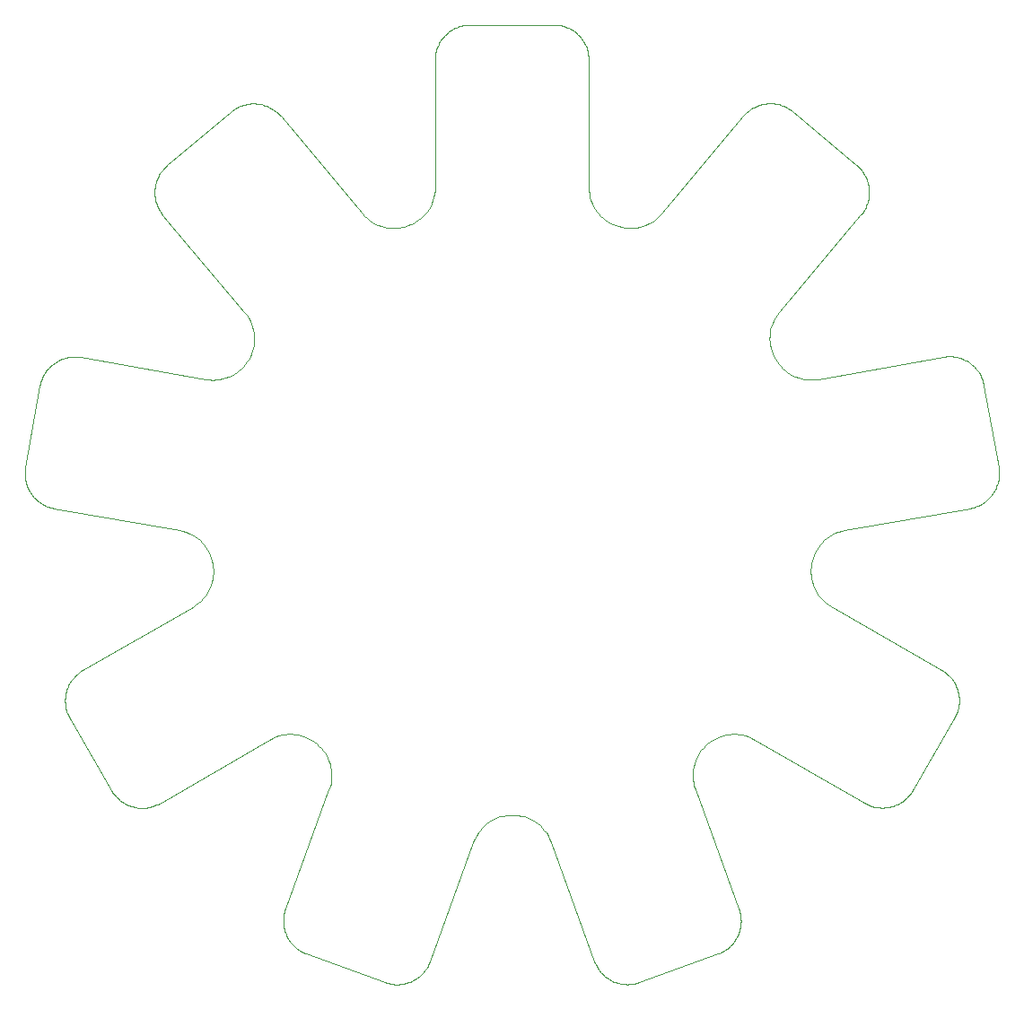
<source format=gbr>
%TF.GenerationSoftware,KiCad,Pcbnew,(5.1.9)-1*%
%TF.CreationDate,2022-01-01T02:22:56+09:00*%
%TF.ProjectId,DiodeORLogic,44696f64-654f-4524-9c6f-6769632e6b69,rev?*%
%TF.SameCoordinates,Original*%
%TF.FileFunction,Profile,NP*%
%FSLAX46Y46*%
G04 Gerber Fmt 4.6, Leading zero omitted, Abs format (unit mm)*
G04 Created by KiCad (PCBNEW (5.1.9)-1) date 2022-01-01 02:22:56*
%MOMM*%
%LPD*%
G01*
G04 APERTURE LIST*
%TA.AperFunction,Profile*%
%ADD10C,0.100000*%
%TD*%
G04 APERTURE END LIST*
D10*
X151619571Y-50652969D02*
X151615255Y-50482305D01*
X151615255Y-50482305D02*
X151602448Y-50313883D01*
X151602448Y-50313883D02*
X151581358Y-50147909D01*
X151581358Y-50147909D02*
X151552192Y-49984592D01*
X151552192Y-49984592D02*
X151515160Y-49824140D01*
X151515160Y-49824140D02*
X151470470Y-49666763D01*
X151470470Y-49666763D02*
X151418330Y-49512668D01*
X151418330Y-49512668D02*
X151358949Y-49362063D01*
X151358949Y-49362063D02*
X151292534Y-49215158D01*
X151292534Y-49215158D02*
X151219295Y-49072160D01*
X151219295Y-49072160D02*
X151139439Y-48933278D01*
X151139439Y-48933278D02*
X151053176Y-48798719D01*
X151053176Y-48798719D02*
X150960713Y-48668694D01*
X150960713Y-48668694D02*
X150862258Y-48543409D01*
X150862258Y-48543409D02*
X150758021Y-48423074D01*
X150758021Y-48423074D02*
X150648210Y-48307896D01*
X150648210Y-48307896D02*
X150533032Y-48198085D01*
X150533032Y-48198085D02*
X150412697Y-48093848D01*
X150412697Y-48093848D02*
X150287412Y-47995393D01*
X150287412Y-47995393D02*
X150157387Y-47902930D01*
X150157387Y-47902930D02*
X150022828Y-47816667D01*
X150022828Y-47816667D02*
X149883946Y-47736811D01*
X149883946Y-47736811D02*
X149740948Y-47663572D01*
X149740948Y-47663572D02*
X149594043Y-47597157D01*
X149594043Y-47597157D02*
X149443438Y-47537776D01*
X149443438Y-47537776D02*
X149289343Y-47485636D01*
X149289343Y-47485636D02*
X149131966Y-47440946D01*
X149131966Y-47440946D02*
X148971514Y-47403914D01*
X148971514Y-47403914D02*
X148808197Y-47374748D01*
X148808197Y-47374748D02*
X148642223Y-47353658D01*
X148642223Y-47353658D02*
X148473801Y-47340851D01*
X148473801Y-47340851D02*
X148303138Y-47336536D01*
X148303138Y-47336536D02*
X140436006Y-47336536D01*
X151619571Y-62636603D02*
X151619571Y-50652969D01*
X130249006Y-65144322D02*
X122547425Y-55965935D01*
X137119573Y-50652969D02*
X137119573Y-62643640D01*
X122547425Y-55965935D02*
X122434419Y-55837973D01*
X122434419Y-55837973D02*
X122316348Y-55717185D01*
X122316348Y-55717185D02*
X122193505Y-55603598D01*
X122193505Y-55603598D02*
X122066185Y-55497238D01*
X122066185Y-55497238D02*
X121934681Y-55398128D01*
X121934681Y-55398128D02*
X121799286Y-55306296D01*
X121799286Y-55306296D02*
X121660294Y-55221768D01*
X121660294Y-55221768D02*
X121517998Y-55144567D01*
X121517998Y-55144567D02*
X121372693Y-55074722D01*
X121372693Y-55074722D02*
X121224671Y-55012256D01*
X121224671Y-55012256D02*
X121074226Y-54957196D01*
X121074226Y-54957196D02*
X120921652Y-54909568D01*
X120921652Y-54909568D02*
X120767242Y-54869397D01*
X120767242Y-54869397D02*
X120611290Y-54836709D01*
X120611290Y-54836709D02*
X120454090Y-54811529D01*
X120454090Y-54811529D02*
X120295935Y-54793883D01*
X120295935Y-54793883D02*
X120137118Y-54783797D01*
X120137118Y-54783797D02*
X119977933Y-54781297D01*
X119977933Y-54781297D02*
X119818675Y-54786408D01*
X119818675Y-54786408D02*
X119659635Y-54799156D01*
X119659635Y-54799156D02*
X119501109Y-54819567D01*
X119501109Y-54819567D02*
X119343388Y-54847666D01*
X119343388Y-54847666D02*
X119186768Y-54883479D01*
X119186768Y-54883479D02*
X119031542Y-54927031D01*
X119031542Y-54927031D02*
X118878002Y-54978349D01*
X118878002Y-54978349D02*
X118726443Y-55037458D01*
X118726443Y-55037458D02*
X118577159Y-55104384D01*
X118577159Y-55104384D02*
X118430443Y-55179152D01*
X118430443Y-55179152D02*
X118286587Y-55261788D01*
X118286587Y-55261788D02*
X118145887Y-55352318D01*
X118145887Y-55352318D02*
X118008636Y-55450768D01*
X118008636Y-55450768D02*
X117875127Y-55557163D01*
X140436006Y-47336536D02*
X140265342Y-47340851D01*
X140265342Y-47340851D02*
X140096920Y-47353658D01*
X140096920Y-47353658D02*
X139930946Y-47374748D01*
X139930946Y-47374748D02*
X139767629Y-47403914D01*
X139767629Y-47403914D02*
X139607177Y-47440946D01*
X139607177Y-47440946D02*
X139449800Y-47485636D01*
X139449800Y-47485636D02*
X139295705Y-47537776D01*
X139295705Y-47537776D02*
X139145100Y-47597157D01*
X139145100Y-47597157D02*
X138998195Y-47663572D01*
X138998195Y-47663572D02*
X138855197Y-47736811D01*
X138855197Y-47736811D02*
X138716315Y-47816667D01*
X138716315Y-47816667D02*
X138581756Y-47902930D01*
X138581756Y-47902930D02*
X138451731Y-47995393D01*
X138451731Y-47995393D02*
X138326446Y-48093848D01*
X138326446Y-48093848D02*
X138206111Y-48198085D01*
X138206111Y-48198085D02*
X138090933Y-48307896D01*
X138090933Y-48307896D02*
X137981122Y-48423074D01*
X137981122Y-48423074D02*
X137876885Y-48543409D01*
X137876885Y-48543409D02*
X137778430Y-48668694D01*
X137778430Y-48668694D02*
X137685967Y-48798719D01*
X137685967Y-48798719D02*
X137599704Y-48933278D01*
X137599704Y-48933278D02*
X137519848Y-49072160D01*
X137519848Y-49072160D02*
X137446609Y-49215158D01*
X137446609Y-49215158D02*
X137380194Y-49362063D01*
X137380194Y-49362063D02*
X137320813Y-49512668D01*
X137320813Y-49512668D02*
X137268673Y-49666763D01*
X137268673Y-49666763D02*
X137223983Y-49824140D01*
X137223983Y-49824140D02*
X137186951Y-49984592D01*
X137186951Y-49984592D02*
X137157785Y-50147909D01*
X137157785Y-50147909D02*
X137136695Y-50313883D01*
X137136695Y-50313883D02*
X137123888Y-50482305D01*
X137123888Y-50482305D02*
X137119573Y-50652969D01*
X98483931Y-89160907D02*
X98458545Y-89329726D01*
X98458545Y-89329726D02*
X98441911Y-89497814D01*
X98441911Y-89497814D02*
X98433859Y-89664929D01*
X98433859Y-89664929D02*
X98434222Y-89830830D01*
X98434222Y-89830830D02*
X98442829Y-89995274D01*
X98442829Y-89995274D02*
X98459512Y-90158021D01*
X98459512Y-90158021D02*
X98484101Y-90318829D01*
X98484101Y-90318829D02*
X98516428Y-90477457D01*
X98516428Y-90477457D02*
X98556324Y-90633664D01*
X98556324Y-90633664D02*
X98603619Y-90787207D01*
X98603619Y-90787207D02*
X98658144Y-90937847D01*
X98658144Y-90937847D02*
X98719732Y-91085340D01*
X98719732Y-91085340D02*
X98788211Y-91229446D01*
X98788211Y-91229446D02*
X98863414Y-91369924D01*
X98863414Y-91369924D02*
X98945172Y-91506532D01*
X98945172Y-91506532D02*
X99033315Y-91639029D01*
X99033315Y-91639029D02*
X99127674Y-91767172D01*
X99127674Y-91767172D02*
X99228080Y-91890722D01*
X99228080Y-91890722D02*
X99334365Y-92009436D01*
X99334365Y-92009436D02*
X99446359Y-92123073D01*
X99446359Y-92123073D02*
X99563894Y-92231392D01*
X99563894Y-92231392D02*
X99686799Y-92334151D01*
X99686799Y-92334151D02*
X99814907Y-92431109D01*
X99814907Y-92431109D02*
X99948048Y-92522025D01*
X99948048Y-92522025D02*
X100086053Y-92606656D01*
X100086053Y-92606656D02*
X100228753Y-92684763D01*
X100228753Y-92684763D02*
X100375979Y-92756103D01*
X100375979Y-92756103D02*
X100527562Y-92820434D01*
X100527562Y-92820434D02*
X100683334Y-92877516D01*
X100683334Y-92877516D02*
X100843124Y-92927107D01*
X100843124Y-92927107D02*
X101006764Y-92968966D01*
X101006764Y-92968966D02*
X101174086Y-93002852D01*
X99850052Y-81413297D02*
X98483931Y-89160907D01*
X103691992Y-78723144D02*
X103523172Y-78697758D01*
X103523172Y-78697758D02*
X103355084Y-78681124D01*
X103355084Y-78681124D02*
X103187969Y-78673073D01*
X103187969Y-78673073D02*
X103022069Y-78673436D01*
X103022069Y-78673436D02*
X102857625Y-78682043D01*
X102857625Y-78682043D02*
X102694878Y-78698726D01*
X102694878Y-78698726D02*
X102534070Y-78723315D01*
X102534070Y-78723315D02*
X102375443Y-78755642D01*
X102375443Y-78755642D02*
X102219236Y-78795538D01*
X102219236Y-78795538D02*
X102065693Y-78842833D01*
X102065693Y-78842833D02*
X101915054Y-78897359D01*
X101915054Y-78897359D02*
X101767561Y-78958946D01*
X101767561Y-78958946D02*
X101623455Y-79027426D01*
X101623455Y-79027426D02*
X101482977Y-79102629D01*
X101482977Y-79102629D02*
X101346369Y-79184386D01*
X101346369Y-79184386D02*
X101213873Y-79272529D01*
X101213873Y-79272529D02*
X101085730Y-79366888D01*
X101085730Y-79366888D02*
X100962180Y-79467294D01*
X100962180Y-79467294D02*
X100843466Y-79573579D01*
X100843466Y-79573579D02*
X100729829Y-79685573D01*
X100729829Y-79685573D02*
X100621510Y-79803107D01*
X100621510Y-79803107D02*
X100518751Y-79926013D01*
X100518751Y-79926013D02*
X100421793Y-80054120D01*
X100421793Y-80054120D02*
X100330878Y-80187261D01*
X100330878Y-80187261D02*
X100246246Y-80325266D01*
X100246246Y-80325266D02*
X100168140Y-80467966D01*
X100168140Y-80467966D02*
X100096800Y-80615192D01*
X100096800Y-80615192D02*
X100032469Y-80766775D01*
X100032469Y-80766775D02*
X99975387Y-80922546D01*
X99975387Y-80922546D02*
X99925796Y-81082336D01*
X99925796Y-81082336D02*
X99883937Y-81245976D01*
X99883937Y-81245976D02*
X99850052Y-81413297D01*
X111439786Y-65286357D02*
X119147257Y-74471769D01*
X115491504Y-80803716D02*
X103691992Y-78723144D01*
X119147257Y-74471769D02*
X119352330Y-74736519D01*
X119352330Y-74736519D02*
X119530238Y-75008324D01*
X119530238Y-75008324D02*
X119681638Y-75286046D01*
X119681638Y-75286046D02*
X119807185Y-75568549D01*
X119807185Y-75568549D02*
X119907537Y-75854696D01*
X119907537Y-75854696D02*
X119983350Y-76143349D01*
X119983350Y-76143349D02*
X120035279Y-76433372D01*
X120035279Y-76433372D02*
X120063983Y-76723628D01*
X120063983Y-76723628D02*
X120070116Y-77012980D01*
X120070116Y-77012980D02*
X120054335Y-77300292D01*
X120054335Y-77300292D02*
X120017297Y-77584425D01*
X120017297Y-77584425D02*
X119959657Y-77864244D01*
X119959657Y-77864244D02*
X119882074Y-78138611D01*
X119882074Y-78138611D02*
X119785202Y-78406390D01*
X119785202Y-78406390D02*
X119669698Y-78666443D01*
X119669698Y-78666443D02*
X119536218Y-78917635D01*
X119536218Y-78917635D02*
X119385420Y-79158827D01*
X119385420Y-79158827D02*
X119217959Y-79388883D01*
X119217959Y-79388883D02*
X119034492Y-79606666D01*
X119034492Y-79606666D02*
X118835675Y-79811039D01*
X118835675Y-79811039D02*
X118622164Y-80000865D01*
X118622164Y-80000865D02*
X118394616Y-80175008D01*
X118394616Y-80175008D02*
X118153688Y-80332330D01*
X118153688Y-80332330D02*
X117900035Y-80471695D01*
X117900035Y-80471695D02*
X117634314Y-80591965D01*
X117634314Y-80591965D02*
X117357182Y-80692004D01*
X117357182Y-80692004D02*
X117069294Y-80770675D01*
X117069294Y-80770675D02*
X116771308Y-80826841D01*
X116771308Y-80826841D02*
X116463880Y-80859365D01*
X116463880Y-80859365D02*
X116147665Y-80867110D01*
X116147665Y-80867110D02*
X115823321Y-80848939D01*
X115823321Y-80848939D02*
X115491504Y-80803716D01*
X117875127Y-55557163D02*
X111848558Y-60614063D01*
X111848558Y-60614063D02*
X111720596Y-60727068D01*
X111720596Y-60727068D02*
X111599809Y-60845139D01*
X111599809Y-60845139D02*
X111486222Y-60967981D01*
X111486222Y-60967981D02*
X111379862Y-61095301D01*
X111379862Y-61095301D02*
X111280753Y-61226805D01*
X111280753Y-61226805D02*
X111188921Y-61362200D01*
X111188921Y-61362200D02*
X111104393Y-61501192D01*
X111104393Y-61501192D02*
X111027193Y-61643488D01*
X111027193Y-61643488D02*
X110957347Y-61788793D01*
X110957347Y-61788793D02*
X110894882Y-61936815D01*
X110894882Y-61936815D02*
X110839822Y-62087259D01*
X110839822Y-62087259D02*
X110792194Y-62239833D01*
X110792194Y-62239833D02*
X110752023Y-62394243D01*
X110752023Y-62394243D02*
X110719334Y-62550195D01*
X110719334Y-62550195D02*
X110694154Y-62707395D01*
X110694154Y-62707395D02*
X110676509Y-62865550D01*
X110676509Y-62865550D02*
X110666423Y-63024366D01*
X110666423Y-63024366D02*
X110663923Y-63183551D01*
X110663923Y-63183551D02*
X110669034Y-63342809D01*
X110669034Y-63342809D02*
X110681782Y-63501849D01*
X110681782Y-63501849D02*
X110702192Y-63660375D01*
X110702192Y-63660375D02*
X110730291Y-63818095D01*
X110730291Y-63818095D02*
X110766104Y-63974715D01*
X110766104Y-63974715D02*
X110809656Y-64129942D01*
X110809656Y-64129942D02*
X110860974Y-64283481D01*
X110860974Y-64283481D02*
X110920083Y-64435040D01*
X110920083Y-64435040D02*
X110987008Y-64584324D01*
X110987008Y-64584324D02*
X111061776Y-64731041D01*
X111061776Y-64731041D02*
X111144412Y-64874896D01*
X111144412Y-64874896D02*
X111234942Y-65015596D01*
X111234942Y-65015596D02*
X111333391Y-65152847D01*
X111333391Y-65152847D02*
X111439786Y-65286357D01*
X137119573Y-62643640D02*
X137106489Y-62978269D01*
X137106489Y-62978269D02*
X137068062Y-63300841D01*
X137068062Y-63300841D02*
X137005525Y-63610906D01*
X137005525Y-63610906D02*
X136920110Y-63908017D01*
X136920110Y-63908017D02*
X136813053Y-64191723D01*
X136813053Y-64191723D02*
X136685586Y-64461575D01*
X136685586Y-64461575D02*
X136538943Y-64717126D01*
X136538943Y-64717126D02*
X136374358Y-64957925D01*
X136374358Y-64957925D02*
X136193064Y-65183524D01*
X136193064Y-65183524D02*
X135996296Y-65393473D01*
X135996296Y-65393473D02*
X135785285Y-65587324D01*
X135785285Y-65587324D02*
X135561267Y-65764628D01*
X135561267Y-65764628D02*
X135325474Y-65924936D01*
X135325474Y-65924936D02*
X135079141Y-66067798D01*
X135079141Y-66067798D02*
X134823501Y-66192767D01*
X134823501Y-66192767D02*
X134559787Y-66299391D01*
X134559787Y-66299391D02*
X134289234Y-66387224D01*
X134289234Y-66387224D02*
X134013074Y-66455815D01*
X134013074Y-66455815D02*
X133732542Y-66504716D01*
X133732542Y-66504716D02*
X133448870Y-66533478D01*
X133448870Y-66533478D02*
X133163294Y-66541651D01*
X133163294Y-66541651D02*
X132877045Y-66528788D01*
X132877045Y-66528788D02*
X132591358Y-66494438D01*
X132591358Y-66494438D02*
X132307467Y-66438152D01*
X132307467Y-66438152D02*
X132026605Y-66359483D01*
X132026605Y-66359483D02*
X131750005Y-66257980D01*
X131750005Y-66257980D02*
X131478902Y-66133195D01*
X131478902Y-66133195D02*
X131214529Y-65984679D01*
X131214529Y-65984679D02*
X130958119Y-65811982D01*
X130958119Y-65811982D02*
X130710906Y-65614657D01*
X130710906Y-65614657D02*
X130474123Y-65392253D01*
X130474123Y-65392253D02*
X130249006Y-65144322D01*
X158490137Y-65137286D02*
X158265019Y-65385217D01*
X158265019Y-65385217D02*
X158028236Y-65607620D01*
X158028236Y-65607620D02*
X157781023Y-65804946D01*
X157781023Y-65804946D02*
X157524614Y-65977643D01*
X157524614Y-65977643D02*
X157260240Y-66126159D01*
X157260240Y-66126159D02*
X156989137Y-66250944D01*
X156989137Y-66250944D02*
X156712537Y-66352446D01*
X156712537Y-66352446D02*
X156431675Y-66431116D01*
X156431675Y-66431116D02*
X156147784Y-66487401D01*
X156147784Y-66487401D02*
X155862097Y-66521751D01*
X155862097Y-66521751D02*
X155575849Y-66534615D01*
X155575849Y-66534615D02*
X155290272Y-66526441D01*
X155290272Y-66526441D02*
X155006601Y-66497680D01*
X155006601Y-66497680D02*
X154726068Y-66448779D01*
X154726068Y-66448779D02*
X154449909Y-66380187D01*
X154449909Y-66380187D02*
X154179355Y-66292355D01*
X154179355Y-66292355D02*
X153915642Y-66185730D01*
X153915642Y-66185730D02*
X153660001Y-66060762D01*
X153660001Y-66060762D02*
X153413668Y-65917900D01*
X153413668Y-65917900D02*
X153177876Y-65757592D01*
X153177876Y-65757592D02*
X152953858Y-65580288D01*
X152953858Y-65580288D02*
X152742847Y-65386437D01*
X152742847Y-65386437D02*
X152546078Y-65176487D01*
X152546078Y-65176487D02*
X152364785Y-64950888D01*
X152364785Y-64950888D02*
X152200200Y-64710089D01*
X152200200Y-64710089D02*
X152053557Y-64454539D01*
X152053557Y-64454539D02*
X151926090Y-64184686D01*
X151926090Y-64184686D02*
X151819033Y-63900980D01*
X151819033Y-63900980D02*
X151733618Y-63603870D01*
X151733618Y-63603870D02*
X151671081Y-63293804D01*
X151671081Y-63293804D02*
X151632654Y-62971232D01*
X151632654Y-62971232D02*
X151619571Y-62636603D01*
X170871036Y-55541767D02*
X170737526Y-55435372D01*
X170737526Y-55435372D02*
X170600275Y-55336922D01*
X170600275Y-55336922D02*
X170459575Y-55246392D01*
X170459575Y-55246392D02*
X170315719Y-55163756D01*
X170315719Y-55163756D02*
X170169003Y-55088988D01*
X170169003Y-55088988D02*
X170019719Y-55022062D01*
X170019719Y-55022062D02*
X169868160Y-54962953D01*
X169868160Y-54962953D02*
X169714621Y-54911635D01*
X169714621Y-54911635D02*
X169559394Y-54868083D01*
X169559394Y-54868083D02*
X169402774Y-54832270D01*
X169402774Y-54832270D02*
X169245054Y-54804171D01*
X169245054Y-54804171D02*
X169086527Y-54783760D01*
X169086527Y-54783760D02*
X168927488Y-54771012D01*
X168927488Y-54771012D02*
X168768229Y-54765901D01*
X168768229Y-54765901D02*
X168609044Y-54768401D01*
X168609044Y-54768401D02*
X168450228Y-54778487D01*
X168450228Y-54778487D02*
X168292072Y-54796133D01*
X168292072Y-54796133D02*
X168134872Y-54821312D01*
X168134872Y-54821312D02*
X167978920Y-54854001D01*
X167978920Y-54854001D02*
X167824510Y-54894172D01*
X167824510Y-54894172D02*
X167671936Y-54941800D01*
X167671936Y-54941800D02*
X167521492Y-54996860D01*
X167521492Y-54996860D02*
X167373470Y-55059325D01*
X167373470Y-55059325D02*
X167228164Y-55129171D01*
X167228164Y-55129171D02*
X167085869Y-55206371D01*
X167085869Y-55206371D02*
X166946876Y-55290900D01*
X166946876Y-55290900D02*
X166811481Y-55382732D01*
X166811481Y-55382732D02*
X166679977Y-55481841D01*
X166679977Y-55481841D02*
X166552657Y-55588202D01*
X166552657Y-55588202D02*
X166429815Y-55701789D01*
X166429815Y-55701789D02*
X166311744Y-55822576D01*
X166311744Y-55822576D02*
X166198738Y-55950538D01*
X176897605Y-60598667D02*
X170871036Y-55541767D01*
X177306377Y-65270961D02*
X177412771Y-65137451D01*
X177412771Y-65137451D02*
X177511220Y-65000200D01*
X177511220Y-65000200D02*
X177601750Y-64859500D01*
X177601750Y-64859500D02*
X177684386Y-64715645D01*
X177684386Y-64715645D02*
X177759154Y-64568928D01*
X177759154Y-64568928D02*
X177826079Y-64419644D01*
X177826079Y-64419644D02*
X177885188Y-64268085D01*
X177885188Y-64268085D02*
X177936506Y-64114546D01*
X177936506Y-64114546D02*
X177980058Y-63959320D01*
X177980058Y-63959320D02*
X178015871Y-63802700D01*
X178015871Y-63802700D02*
X178043970Y-63644980D01*
X178043970Y-63644980D02*
X178064381Y-63486453D01*
X178064381Y-63486453D02*
X178077129Y-63327414D01*
X178077129Y-63327414D02*
X178082240Y-63168155D01*
X178082240Y-63168155D02*
X178079739Y-63008971D01*
X178079739Y-63008971D02*
X178069654Y-62850154D01*
X178069654Y-62850154D02*
X178052008Y-62691999D01*
X178052008Y-62691999D02*
X178026828Y-62534799D01*
X178026828Y-62534799D02*
X177994140Y-62378847D01*
X177994140Y-62378847D02*
X177953969Y-62224438D01*
X177953969Y-62224438D02*
X177906341Y-62071864D01*
X177906341Y-62071864D02*
X177851281Y-61921419D01*
X177851281Y-61921419D02*
X177788815Y-61773398D01*
X177788815Y-61773398D02*
X177718970Y-61628092D01*
X177718970Y-61628092D02*
X177641770Y-61485797D01*
X177641770Y-61485797D02*
X177557241Y-61346805D01*
X177557241Y-61346805D02*
X177465410Y-61211410D01*
X177465410Y-61211410D02*
X177366300Y-61079906D01*
X177366300Y-61079906D02*
X177259940Y-60952586D01*
X177259940Y-60952586D02*
X177146353Y-60829743D01*
X177146353Y-60829743D02*
X177025566Y-60711672D01*
X177025566Y-60711672D02*
X176897605Y-60598667D01*
X169605073Y-74449023D02*
X177306377Y-65270961D01*
X187586918Y-92978583D02*
X187754239Y-92944697D01*
X187754239Y-92944697D02*
X187917879Y-92902839D01*
X187917879Y-92902839D02*
X188077669Y-92853248D01*
X188077669Y-92853248D02*
X188233440Y-92796166D01*
X188233440Y-92796166D02*
X188385023Y-92731835D01*
X188385023Y-92731835D02*
X188532249Y-92660495D01*
X188532249Y-92660495D02*
X188674949Y-92582389D01*
X188674949Y-92582389D02*
X188812954Y-92497758D01*
X188812954Y-92497758D02*
X188946095Y-92406842D01*
X188946095Y-92406842D02*
X189074203Y-92309884D01*
X189074203Y-92309884D02*
X189197108Y-92207125D01*
X189197108Y-92207125D02*
X189314642Y-92098807D01*
X189314642Y-92098807D02*
X189426636Y-91985170D01*
X189426636Y-91985170D02*
X189532921Y-91866456D01*
X189532921Y-91866456D02*
X189633328Y-91742907D01*
X189633328Y-91742907D02*
X189727687Y-91614763D01*
X189727687Y-91614763D02*
X189815830Y-91482267D01*
X189815830Y-91482267D02*
X189897587Y-91345659D01*
X189897587Y-91345659D02*
X189972791Y-91205182D01*
X189972791Y-91205182D02*
X190041270Y-91061076D01*
X190041270Y-91061076D02*
X190102857Y-90913582D01*
X190102857Y-90913582D02*
X190157383Y-90762943D01*
X190157383Y-90762943D02*
X190204678Y-90609400D01*
X190204678Y-90609400D02*
X190244574Y-90453194D01*
X190244574Y-90453194D02*
X190276901Y-90294566D01*
X190276901Y-90294566D02*
X190301491Y-90133758D01*
X190301491Y-90133758D02*
X190318174Y-89971011D01*
X190318174Y-89971011D02*
X190326781Y-89806567D01*
X190326781Y-89806567D02*
X190327144Y-89640667D01*
X190327144Y-89640667D02*
X190319093Y-89473552D01*
X190319093Y-89473552D02*
X190302459Y-89305464D01*
X190302459Y-89305464D02*
X190277074Y-89136645D01*
X175787280Y-95059177D02*
X187586918Y-92978583D01*
X188910964Y-81389018D02*
X188877078Y-81221696D01*
X188877078Y-81221696D02*
X188835220Y-81058056D01*
X188835220Y-81058056D02*
X188785629Y-80898266D01*
X188785629Y-80898266D02*
X188728547Y-80742494D01*
X188728547Y-80742494D02*
X188664215Y-80590911D01*
X188664215Y-80590911D02*
X188592876Y-80443684D01*
X188592876Y-80443684D02*
X188514770Y-80300984D01*
X188514770Y-80300984D02*
X188430138Y-80162979D01*
X188430138Y-80162979D02*
X188339223Y-80029838D01*
X188339223Y-80029838D02*
X188242265Y-79901730D01*
X188242265Y-79901730D02*
X188139506Y-79778825D01*
X188139506Y-79778825D02*
X188031187Y-79661290D01*
X188031187Y-79661290D02*
X187917550Y-79549296D01*
X187917550Y-79549296D02*
X187798836Y-79443011D01*
X187798836Y-79443011D02*
X187675286Y-79342604D01*
X187675286Y-79342604D02*
X187547142Y-79248245D01*
X187547142Y-79248245D02*
X187414646Y-79160102D01*
X187414646Y-79160102D02*
X187278038Y-79078345D01*
X187278038Y-79078345D02*
X187137560Y-79003141D01*
X187137560Y-79003141D02*
X186993454Y-78934662D01*
X186993454Y-78934662D02*
X186845961Y-78873075D01*
X186845961Y-78873075D02*
X186695321Y-78818549D01*
X186695321Y-78818549D02*
X186541778Y-78771254D01*
X186541778Y-78771254D02*
X186385571Y-78731358D01*
X186385571Y-78731358D02*
X186226943Y-78699031D01*
X186226943Y-78699031D02*
X186066135Y-78674441D01*
X186066135Y-78674441D02*
X185903388Y-78657758D01*
X185903388Y-78657758D02*
X185738944Y-78649151D01*
X185738944Y-78649151D02*
X185573043Y-78648789D01*
X185573043Y-78648789D02*
X185405928Y-78656840D01*
X185405928Y-78656840D02*
X185237840Y-78673474D01*
X185237840Y-78673474D02*
X185069021Y-78698860D01*
X173260828Y-80780970D02*
X172929010Y-80826193D01*
X172929010Y-80826193D02*
X172604666Y-80844364D01*
X172604666Y-80844364D02*
X172288451Y-80836619D01*
X172288451Y-80836619D02*
X171981022Y-80804095D01*
X171981022Y-80804095D02*
X171683036Y-80747930D01*
X171683036Y-80747930D02*
X171395148Y-80669259D01*
X171395148Y-80669259D02*
X171118016Y-80569220D01*
X171118016Y-80569220D02*
X170852295Y-80448950D01*
X170852295Y-80448950D02*
X170598642Y-80309585D01*
X170598642Y-80309585D02*
X170357713Y-80152263D01*
X170357713Y-80152263D02*
X170130166Y-79978120D01*
X170130166Y-79978120D02*
X169916655Y-79788294D01*
X169916655Y-79788294D02*
X169717837Y-79583921D01*
X169717837Y-79583921D02*
X169534370Y-79366138D01*
X169534370Y-79366138D02*
X169366909Y-79136082D01*
X169366909Y-79136082D02*
X169216111Y-78894890D01*
X169216111Y-78894890D02*
X169082631Y-78643699D01*
X169082631Y-78643699D02*
X168967127Y-78383645D01*
X168967127Y-78383645D02*
X168870255Y-78115866D01*
X168870255Y-78115866D02*
X168792671Y-77841499D01*
X168792671Y-77841499D02*
X168735032Y-77561680D01*
X168735032Y-77561680D02*
X168697994Y-77277547D01*
X168697994Y-77277547D02*
X168682213Y-76990235D01*
X168682213Y-76990235D02*
X168688346Y-76700883D01*
X168688346Y-76700883D02*
X168717049Y-76410627D01*
X168717049Y-76410627D02*
X168768979Y-76120604D01*
X168768979Y-76120604D02*
X168844791Y-75831950D01*
X168844791Y-75831950D02*
X168945143Y-75545804D01*
X168945143Y-75545804D02*
X169070691Y-75263301D01*
X169070691Y-75263301D02*
X169222091Y-74985578D01*
X169222091Y-74985578D02*
X169399999Y-74713773D01*
X169399999Y-74713773D02*
X169605073Y-74449023D01*
X174517649Y-102259603D02*
X174234393Y-102080957D01*
X174234393Y-102080957D02*
X173974251Y-101886392D01*
X173974251Y-101886392D02*
X173736995Y-101677201D01*
X173736995Y-101677201D02*
X173522397Y-101454674D01*
X173522397Y-101454674D02*
X173330229Y-101220107D01*
X173330229Y-101220107D02*
X173160263Y-100974791D01*
X173160263Y-100974791D02*
X173012272Y-100720019D01*
X173012272Y-100720019D02*
X172886026Y-100457085D01*
X172886026Y-100457085D02*
X172781299Y-100187281D01*
X172781299Y-100187281D02*
X172697862Y-99911899D01*
X172697862Y-99911899D02*
X172635487Y-99632233D01*
X172635487Y-99632233D02*
X172593946Y-99349575D01*
X172593946Y-99349575D02*
X172573012Y-99065219D01*
X172573012Y-99065219D02*
X172572456Y-98780457D01*
X172572456Y-98780457D02*
X172592051Y-98496582D01*
X172592051Y-98496582D02*
X172631568Y-98214887D01*
X172631568Y-98214887D02*
X172690780Y-97936665D01*
X172690780Y-97936665D02*
X172769458Y-97663208D01*
X172769458Y-97663208D02*
X172867375Y-97395809D01*
X172867375Y-97395809D02*
X172984302Y-97135762D01*
X172984302Y-97135762D02*
X173120012Y-96884359D01*
X173120012Y-96884359D02*
X173274277Y-96642892D01*
X173274277Y-96642892D02*
X173446868Y-96412655D01*
X173446868Y-96412655D02*
X173637558Y-96194941D01*
X173637558Y-96194941D02*
X173846119Y-95991042D01*
X173846119Y-95991042D02*
X174072323Y-95802251D01*
X174072323Y-95802251D02*
X174315942Y-95629861D01*
X174315942Y-95629861D02*
X174576747Y-95475165D01*
X174576747Y-95475165D02*
X174854512Y-95339456D01*
X174854512Y-95339456D02*
X175149007Y-95224026D01*
X175149007Y-95224026D02*
X175460006Y-95130169D01*
X175460006Y-95130169D02*
X175787280Y-95059177D01*
X166198738Y-55950538D02*
X158490137Y-65137286D01*
X185069021Y-78698860D02*
X173260828Y-80780970D01*
X190277074Y-89136645D02*
X188910964Y-81389018D01*
X184901473Y-108254710D02*
X174517649Y-102259603D01*
X186115370Y-112785042D02*
X186196964Y-112635085D01*
X186196964Y-112635085D02*
X186270084Y-112482823D01*
X186270084Y-112482823D02*
X186334806Y-112328540D01*
X186334806Y-112328540D02*
X186391207Y-112172521D01*
X186391207Y-112172521D02*
X186439362Y-112015050D01*
X186439362Y-112015050D02*
X186479348Y-111856412D01*
X186479348Y-111856412D02*
X186511241Y-111696892D01*
X186511241Y-111696892D02*
X186535117Y-111536774D01*
X186535117Y-111536774D02*
X186551054Y-111376343D01*
X186551054Y-111376343D02*
X186559126Y-111215883D01*
X186559126Y-111215883D02*
X186559410Y-111055680D01*
X186559410Y-111055680D02*
X186551983Y-110896017D01*
X186551983Y-110896017D02*
X186536920Y-110737180D01*
X186536920Y-110737180D02*
X186514298Y-110579454D01*
X186514298Y-110579454D02*
X186484194Y-110423122D01*
X186484194Y-110423122D02*
X186446683Y-110268469D01*
X186446683Y-110268469D02*
X186401842Y-110115781D01*
X186401842Y-110115781D02*
X186349748Y-109965341D01*
X186349748Y-109965341D02*
X186290475Y-109817435D01*
X186290475Y-109817435D02*
X186224101Y-109672347D01*
X186224101Y-109672347D02*
X186150703Y-109530361D01*
X186150703Y-109530361D02*
X186070355Y-109391763D01*
X186070355Y-109391763D02*
X185983135Y-109256837D01*
X185983135Y-109256837D02*
X185889118Y-109125867D01*
X185889118Y-109125867D02*
X185788382Y-108999139D01*
X185788382Y-108999139D02*
X185681001Y-108876937D01*
X185681001Y-108876937D02*
X185567054Y-108759546D01*
X185567054Y-108759546D02*
X185446615Y-108647249D01*
X185446615Y-108647249D02*
X185319761Y-108540333D01*
X185319761Y-108540333D02*
X185186568Y-108439081D01*
X185186568Y-108439081D02*
X185047113Y-108343778D01*
X185047113Y-108343778D02*
X184901473Y-108254710D01*
X182181794Y-119598188D02*
X186115370Y-112785042D01*
X177651464Y-120812085D02*
X177801420Y-120893679D01*
X177801420Y-120893679D02*
X177953682Y-120966799D01*
X177953682Y-120966799D02*
X178107965Y-121031521D01*
X178107965Y-121031521D02*
X178263984Y-121087922D01*
X178263984Y-121087922D02*
X178421455Y-121136077D01*
X178421455Y-121136077D02*
X178580092Y-121176063D01*
X178580092Y-121176063D02*
X178739613Y-121207956D01*
X178739613Y-121207956D02*
X178899731Y-121231832D01*
X178899731Y-121231832D02*
X179060162Y-121247768D01*
X179060162Y-121247768D02*
X179220621Y-121255840D01*
X179220621Y-121255840D02*
X179380825Y-121256125D01*
X179380825Y-121256125D02*
X179540487Y-121248697D01*
X179540487Y-121248697D02*
X179699324Y-121233635D01*
X179699324Y-121233635D02*
X179857051Y-121211013D01*
X179857051Y-121211013D02*
X180013382Y-121180909D01*
X180013382Y-121180909D02*
X180168035Y-121143398D01*
X180168035Y-121143398D02*
X180320723Y-121098557D01*
X180320723Y-121098557D02*
X180471163Y-121046462D01*
X180471163Y-121046462D02*
X180619069Y-120987190D01*
X180619069Y-120987190D02*
X180764157Y-120920816D01*
X180764157Y-120920816D02*
X180906142Y-120847417D01*
X180906142Y-120847417D02*
X181044740Y-120767069D01*
X181044740Y-120767069D02*
X181179666Y-120679849D01*
X181179666Y-120679849D02*
X181310636Y-120585833D01*
X181310636Y-120585833D02*
X181437364Y-120485096D01*
X181437364Y-120485096D02*
X181559566Y-120377716D01*
X181559566Y-120377716D02*
X181676958Y-120263768D01*
X181676958Y-120263768D02*
X181789254Y-120143329D01*
X181789254Y-120143329D02*
X181896170Y-120016476D01*
X181896170Y-120016476D02*
X181997422Y-119883283D01*
X181997422Y-119883283D02*
X182092725Y-119743828D01*
X182092725Y-119743828D02*
X182181794Y-119598188D01*
X167274607Y-114821005D02*
X177651464Y-120812085D01*
X161673671Y-119520752D02*
X161571514Y-119201828D01*
X161571514Y-119201828D02*
X161497298Y-118885567D01*
X161497298Y-118885567D02*
X161450015Y-118572811D01*
X161450015Y-118572811D02*
X161428660Y-118264405D01*
X161428660Y-118264405D02*
X161432228Y-117961193D01*
X161432228Y-117961193D02*
X161459712Y-117664018D01*
X161459712Y-117664018D02*
X161510108Y-117373724D01*
X161510108Y-117373724D02*
X161582409Y-117091156D01*
X161582409Y-117091156D02*
X161675610Y-116817156D01*
X161675610Y-116817156D02*
X161788705Y-116552569D01*
X161788705Y-116552569D02*
X161920689Y-116298238D01*
X161920689Y-116298238D02*
X162070556Y-116055008D01*
X162070556Y-116055008D02*
X162237300Y-115823722D01*
X162237300Y-115823722D02*
X162419915Y-115605225D01*
X162419915Y-115605225D02*
X162617397Y-115400359D01*
X162617397Y-115400359D02*
X162828739Y-115209969D01*
X162828739Y-115209969D02*
X163052936Y-115034898D01*
X163052936Y-115034898D02*
X163288981Y-114875991D01*
X163288981Y-114875991D02*
X163535870Y-114734092D01*
X163535870Y-114734092D02*
X163792597Y-114610043D01*
X163792597Y-114610043D02*
X164058156Y-114504689D01*
X164058156Y-114504689D02*
X164331541Y-114418875D01*
X164331541Y-114418875D02*
X164611747Y-114353442D01*
X164611747Y-114353442D02*
X164897769Y-114309237D01*
X164897769Y-114309237D02*
X165188599Y-114287101D01*
X165188599Y-114287101D02*
X165483234Y-114287880D01*
X165483234Y-114287880D02*
X165780667Y-114312417D01*
X165780667Y-114312417D02*
X166079892Y-114361555D01*
X166079892Y-114361555D02*
X166379905Y-114436139D01*
X166379905Y-114436139D02*
X166679698Y-114537013D01*
X166679698Y-114537013D02*
X166978267Y-114665020D01*
X166978267Y-114665020D02*
X167274607Y-114821005D01*
X165774830Y-130788572D02*
X161673671Y-119520752D01*
X163792687Y-135039289D02*
X163951582Y-134976863D01*
X163951582Y-134976863D02*
X164105467Y-134907225D01*
X164105467Y-134907225D02*
X164254219Y-134830640D01*
X164254219Y-134830640D02*
X164397712Y-134747376D01*
X164397712Y-134747376D02*
X164535821Y-134657700D01*
X164535821Y-134657700D02*
X164668423Y-134561878D01*
X164668423Y-134561878D02*
X164795392Y-134460179D01*
X164795392Y-134460179D02*
X164916605Y-134352869D01*
X164916605Y-134352869D02*
X165031936Y-134240215D01*
X165031936Y-134240215D02*
X165141261Y-134122484D01*
X165141261Y-134122484D02*
X165244455Y-133999944D01*
X165244455Y-133999944D02*
X165341395Y-133872861D01*
X165341395Y-133872861D02*
X165431955Y-133741503D01*
X165431955Y-133741503D02*
X165516010Y-133606136D01*
X165516010Y-133606136D02*
X165593437Y-133467028D01*
X165593437Y-133467028D02*
X165664111Y-133324446D01*
X165664111Y-133324446D02*
X165727907Y-133178656D01*
X165727907Y-133178656D02*
X165784701Y-133029927D01*
X165784701Y-133029927D02*
X165834368Y-132878524D01*
X165834368Y-132878524D02*
X165876784Y-132724716D01*
X165876784Y-132724716D02*
X165911824Y-132568769D01*
X165911824Y-132568769D02*
X165939363Y-132410950D01*
X165939363Y-132410950D02*
X165959277Y-132251526D01*
X165959277Y-132251526D02*
X165971442Y-132090765D01*
X165971442Y-132090765D02*
X165975732Y-131928933D01*
X165975732Y-131928933D02*
X165972024Y-131766298D01*
X165972024Y-131766298D02*
X165960193Y-131603126D01*
X165960193Y-131603126D02*
X165940114Y-131439686D01*
X165940114Y-131439686D02*
X165911662Y-131276243D01*
X165911662Y-131276243D02*
X165874714Y-131113065D01*
X165874714Y-131113065D02*
X165829145Y-130950419D01*
X165829145Y-130950419D02*
X165774830Y-130788572D01*
X152149288Y-135747857D02*
X152211713Y-135906751D01*
X152211713Y-135906751D02*
X152281351Y-136060637D01*
X152281351Y-136060637D02*
X152357936Y-136209388D01*
X152357936Y-136209388D02*
X152441200Y-136352881D01*
X152441200Y-136352881D02*
X152530877Y-136490990D01*
X152530877Y-136490990D02*
X152626698Y-136623591D01*
X152626698Y-136623591D02*
X152728397Y-136750560D01*
X152728397Y-136750560D02*
X152835707Y-136871773D01*
X152835707Y-136871773D02*
X152948361Y-136987104D01*
X152948361Y-136987104D02*
X153066091Y-137096429D01*
X153066091Y-137096429D02*
X153188631Y-137199623D01*
X153188631Y-137199623D02*
X153315714Y-137296562D01*
X153315714Y-137296562D02*
X153447072Y-137387122D01*
X153447072Y-137387122D02*
X153582439Y-137471178D01*
X153582439Y-137471178D02*
X153721547Y-137548605D01*
X153721547Y-137548605D02*
X153864129Y-137619279D01*
X153864129Y-137619279D02*
X154009918Y-137683075D01*
X154009918Y-137683075D02*
X154158647Y-137739869D01*
X154158647Y-137739869D02*
X154310050Y-137789536D01*
X154310050Y-137789536D02*
X154463858Y-137831951D01*
X154463858Y-137831951D02*
X154619805Y-137866991D01*
X154619805Y-137866991D02*
X154777623Y-137894530D01*
X154777623Y-137894530D02*
X154937047Y-137914445D01*
X154937047Y-137914445D02*
X155097808Y-137926609D01*
X155097808Y-137926609D02*
X155259639Y-137930900D01*
X155259639Y-137930900D02*
X155422274Y-137927192D01*
X155422274Y-137927192D02*
X155585446Y-137915361D01*
X155585446Y-137915361D02*
X155748886Y-137895282D01*
X155748886Y-137895282D02*
X155912329Y-137866831D01*
X155912329Y-137866831D02*
X156075507Y-137829884D01*
X156075507Y-137829884D02*
X156238153Y-137784314D01*
X156238153Y-137784314D02*
X156400000Y-137730000D01*
X148051279Y-124488663D02*
X152149288Y-135747857D01*
X140739775Y-124488662D02*
X140866519Y-124178687D01*
X140866519Y-124178687D02*
X141012955Y-123888712D01*
X141012955Y-123888712D02*
X141177769Y-123618734D01*
X141177769Y-123618734D02*
X141359650Y-123368755D01*
X141359650Y-123368755D02*
X141557284Y-123138774D01*
X141557284Y-123138774D02*
X141769359Y-122928792D01*
X141769359Y-122928792D02*
X141994562Y-122738808D01*
X141994562Y-122738808D02*
X142231579Y-122568822D01*
X142231579Y-122568822D02*
X142479099Y-122418835D01*
X142479099Y-122418835D02*
X142735808Y-122288846D01*
X142735808Y-122288846D02*
X143000394Y-122178855D01*
X143000394Y-122178855D02*
X143271544Y-122088862D01*
X143271544Y-122088862D02*
X143547945Y-122018868D01*
X143547945Y-122018868D02*
X143828284Y-121968873D01*
X143828284Y-121968873D02*
X144111249Y-121938875D01*
X144111249Y-121938875D02*
X144395527Y-121928876D01*
X144395527Y-121928876D02*
X144679804Y-121938875D01*
X144679804Y-121938875D02*
X144962769Y-121968873D01*
X144962769Y-121968873D02*
X145243109Y-122018869D01*
X145243109Y-122018869D02*
X145519509Y-122088863D01*
X145519509Y-122088863D02*
X145790659Y-122178855D01*
X145790659Y-122178855D02*
X146055245Y-122288846D01*
X146055245Y-122288846D02*
X146311954Y-122418835D01*
X146311954Y-122418835D02*
X146559474Y-122568823D01*
X146559474Y-122568823D02*
X146796492Y-122738809D01*
X146796492Y-122738809D02*
X147021694Y-122928793D01*
X147021694Y-122928793D02*
X147233769Y-123138775D01*
X147233769Y-123138775D02*
X147431403Y-123368756D01*
X147431403Y-123368756D02*
X147613284Y-123618735D01*
X147613284Y-123618735D02*
X147778099Y-123888713D01*
X147778099Y-123888713D02*
X147924534Y-124178688D01*
X147924534Y-124178688D02*
X148051279Y-124488663D01*
X136638714Y-135756230D02*
X140739775Y-124488662D01*
X132387998Y-137738370D02*
X132549844Y-137792685D01*
X132549844Y-137792685D02*
X132712490Y-137838254D01*
X132712490Y-137838254D02*
X132875668Y-137875202D01*
X132875668Y-137875202D02*
X133039111Y-137903653D01*
X133039111Y-137903653D02*
X133202552Y-137923732D01*
X133202552Y-137923732D02*
X133365723Y-137935564D01*
X133365723Y-137935564D02*
X133528358Y-137939272D01*
X133528358Y-137939272D02*
X133690190Y-137934981D01*
X133690190Y-137934981D02*
X133850951Y-137922817D01*
X133850951Y-137922817D02*
X134010375Y-137902903D01*
X134010375Y-137902903D02*
X134168194Y-137875363D01*
X134168194Y-137875363D02*
X134324141Y-137840324D01*
X134324141Y-137840324D02*
X134477949Y-137797908D01*
X134477949Y-137797908D02*
X134629351Y-137748241D01*
X134629351Y-137748241D02*
X134778081Y-137691448D01*
X134778081Y-137691448D02*
X134923870Y-137627652D01*
X134923870Y-137627652D02*
X135066452Y-137556978D01*
X135066452Y-137556978D02*
X135205560Y-137479551D01*
X135205560Y-137479551D02*
X135340927Y-137395495D01*
X135340927Y-137395495D02*
X135472285Y-137304936D01*
X135472285Y-137304936D02*
X135599368Y-137207996D01*
X135599368Y-137207996D02*
X135721909Y-137104802D01*
X135721909Y-137104802D02*
X135839639Y-136995477D01*
X135839639Y-136995477D02*
X135952293Y-136880146D01*
X135952293Y-136880146D02*
X136059603Y-136758934D01*
X136059603Y-136758934D02*
X136161303Y-136631965D01*
X136161303Y-136631965D02*
X136257124Y-136499363D01*
X136257124Y-136499363D02*
X136346800Y-136361254D01*
X136346800Y-136361254D02*
X136430064Y-136217761D01*
X136430064Y-136217761D02*
X136506649Y-136069010D01*
X136506649Y-136069010D02*
X136576288Y-135915125D01*
X136576288Y-135915125D02*
X136638714Y-135756230D01*
X111125921Y-120833572D02*
X121510149Y-114838231D01*
X124995304Y-135047645D02*
X132387998Y-137738370D01*
X127111088Y-119537974D02*
X123013165Y-130796932D01*
X106595590Y-119619676D02*
X106684658Y-119765316D01*
X106684658Y-119765316D02*
X106779961Y-119904771D01*
X106779961Y-119904771D02*
X106881213Y-120037964D01*
X106881213Y-120037964D02*
X106988129Y-120164817D01*
X106988129Y-120164817D02*
X107100426Y-120285256D01*
X107100426Y-120285256D02*
X107217817Y-120399204D01*
X107217817Y-120399204D02*
X107340019Y-120506584D01*
X107340019Y-120506584D02*
X107466747Y-120607321D01*
X107466747Y-120607321D02*
X107597717Y-120701337D01*
X107597717Y-120701337D02*
X107732643Y-120788557D01*
X107732643Y-120788557D02*
X107871241Y-120868905D01*
X107871241Y-120868905D02*
X108013226Y-120942304D01*
X108013226Y-120942304D02*
X108158314Y-121008677D01*
X108158314Y-121008677D02*
X108306221Y-121067950D01*
X108306221Y-121067950D02*
X108456660Y-121120045D01*
X108456660Y-121120045D02*
X108609349Y-121164886D01*
X108609349Y-121164886D02*
X108764001Y-121202396D01*
X108764001Y-121202396D02*
X108920333Y-121232500D01*
X108920333Y-121232500D02*
X109078060Y-121255122D01*
X109078060Y-121255122D02*
X109236897Y-121270185D01*
X109236897Y-121270185D02*
X109396559Y-121277612D01*
X109396559Y-121277612D02*
X109556762Y-121277328D01*
X109556762Y-121277328D02*
X109717222Y-121269256D01*
X109717222Y-121269256D02*
X109877653Y-121253320D01*
X109877653Y-121253320D02*
X110037771Y-121229443D01*
X110037771Y-121229443D02*
X110197291Y-121197550D01*
X110197291Y-121197550D02*
X110355929Y-121157564D01*
X110355929Y-121157564D02*
X110513400Y-121109409D01*
X110513400Y-121109409D02*
X110669419Y-121053008D01*
X110669419Y-121053008D02*
X110823702Y-120988286D01*
X110823702Y-120988286D02*
X110975964Y-120915166D01*
X110975964Y-120915166D02*
X111125921Y-120833572D01*
X101174086Y-93002852D02*
X112982589Y-95085012D01*
X102662016Y-112806532D02*
X106595590Y-119619676D01*
X114252218Y-102285438D02*
X103875914Y-108276200D01*
X103875914Y-108276200D02*
X103730272Y-108365268D01*
X103730272Y-108365268D02*
X103590817Y-108460571D01*
X103590817Y-108460571D02*
X103457625Y-108561823D01*
X103457625Y-108561823D02*
X103330771Y-108668739D01*
X103330771Y-108668739D02*
X103210332Y-108781035D01*
X103210332Y-108781035D02*
X103096384Y-108898427D01*
X103096384Y-108898427D02*
X102989004Y-109020629D01*
X102989004Y-109020629D02*
X102888267Y-109147357D01*
X102888267Y-109147357D02*
X102794251Y-109278326D01*
X102794251Y-109278326D02*
X102707030Y-109413253D01*
X102707030Y-109413253D02*
X102626682Y-109551851D01*
X102626682Y-109551851D02*
X102553284Y-109693836D01*
X102553284Y-109693836D02*
X102486910Y-109838924D01*
X102486910Y-109838924D02*
X102427637Y-109986831D01*
X102427637Y-109986831D02*
X102375542Y-110137270D01*
X102375542Y-110137270D02*
X102330701Y-110289959D01*
X102330701Y-110289959D02*
X102293191Y-110444611D01*
X102293191Y-110444611D02*
X102263086Y-110600943D01*
X102263086Y-110600943D02*
X102240465Y-110758670D01*
X102240465Y-110758670D02*
X102225402Y-110917507D01*
X102225402Y-110917507D02*
X102217975Y-111077170D01*
X102217975Y-111077170D02*
X102218259Y-111237373D01*
X102218259Y-111237373D02*
X102226331Y-111397833D01*
X102226331Y-111397833D02*
X102242267Y-111558264D01*
X102242267Y-111558264D02*
X102266144Y-111718382D01*
X102266144Y-111718382D02*
X102298037Y-111877902D01*
X102298037Y-111877902D02*
X102338023Y-112036540D01*
X102338023Y-112036540D02*
X102386178Y-112194011D01*
X102386178Y-112194011D02*
X102442578Y-112350030D01*
X102442578Y-112350030D02*
X102507301Y-112504313D01*
X102507301Y-112504313D02*
X102580421Y-112656575D01*
X102580421Y-112656575D02*
X102662016Y-112806532D01*
X123013165Y-130796932D02*
X122958849Y-130958778D01*
X122958849Y-130958778D02*
X122913280Y-131121424D01*
X122913280Y-131121424D02*
X122876332Y-131284602D01*
X122876332Y-131284602D02*
X122847881Y-131448045D01*
X122847881Y-131448045D02*
X122827802Y-131611485D01*
X122827802Y-131611485D02*
X122815971Y-131774657D01*
X122815971Y-131774657D02*
X122812263Y-131937292D01*
X122812263Y-131937292D02*
X122816553Y-132099123D01*
X122816553Y-132099123D02*
X122828718Y-132259884D01*
X122828718Y-132259884D02*
X122848632Y-132419308D01*
X122848632Y-132419308D02*
X122876171Y-132577126D01*
X122876171Y-132577126D02*
X122911211Y-132733073D01*
X122911211Y-132733073D02*
X122953626Y-132886882D01*
X122953626Y-132886882D02*
X123003293Y-133038284D01*
X123003293Y-133038284D02*
X123060087Y-133187013D01*
X123060087Y-133187013D02*
X123123883Y-133332802D01*
X123123883Y-133332802D02*
X123194557Y-133475384D01*
X123194557Y-133475384D02*
X123271984Y-133614492D01*
X123271984Y-133614492D02*
X123356039Y-133749859D01*
X123356039Y-133749859D02*
X123446599Y-133881217D01*
X123446599Y-133881217D02*
X123543538Y-134008300D01*
X123543538Y-134008300D02*
X123646732Y-134130840D01*
X123646732Y-134130840D02*
X123756057Y-134248571D01*
X123756057Y-134248571D02*
X123871388Y-134361224D01*
X123871388Y-134361224D02*
X123992600Y-134468535D01*
X123992600Y-134468535D02*
X124119569Y-134570234D01*
X124119569Y-134570234D02*
X124252171Y-134666055D01*
X124252171Y-134666055D02*
X124390280Y-134755731D01*
X124390280Y-134755731D02*
X124533772Y-134838995D01*
X124533772Y-134838995D02*
X124682523Y-134915580D01*
X124682523Y-134915580D02*
X124836409Y-134985219D01*
X124836409Y-134985219D02*
X124995304Y-135047645D01*
X112982589Y-95085012D02*
X113309862Y-95156004D01*
X113309862Y-95156004D02*
X113620861Y-95249861D01*
X113620861Y-95249861D02*
X113915356Y-95365291D01*
X113915356Y-95365291D02*
X114193121Y-95501001D01*
X114193121Y-95501001D02*
X114453926Y-95655697D01*
X114453926Y-95655697D02*
X114697545Y-95828086D01*
X114697545Y-95828086D02*
X114923749Y-96016877D01*
X114923749Y-96016877D02*
X115132310Y-96220776D01*
X115132310Y-96220776D02*
X115323000Y-96438491D01*
X115323000Y-96438491D02*
X115495591Y-96668728D01*
X115495591Y-96668728D02*
X115649856Y-96910194D01*
X115649856Y-96910194D02*
X115785566Y-97161598D01*
X115785566Y-97161598D02*
X115902493Y-97421645D01*
X115902493Y-97421645D02*
X116000410Y-97689044D01*
X116000410Y-97689044D02*
X116079088Y-97962501D01*
X116079088Y-97962501D02*
X116138299Y-98240723D01*
X116138299Y-98240723D02*
X116177816Y-98522418D01*
X116177816Y-98522418D02*
X116197411Y-98806293D01*
X116197411Y-98806293D02*
X116196855Y-99091055D01*
X116196855Y-99091055D02*
X116175921Y-99375411D01*
X116175921Y-99375411D02*
X116134380Y-99658069D01*
X116134380Y-99658069D02*
X116072005Y-99937735D01*
X116072005Y-99937735D02*
X115988568Y-100213116D01*
X115988568Y-100213116D02*
X115883841Y-100482921D01*
X115883841Y-100482921D02*
X115757595Y-100745855D01*
X115757595Y-100745855D02*
X115609603Y-101000627D01*
X115609603Y-101000627D02*
X115439637Y-101245942D01*
X115439637Y-101245942D02*
X115247469Y-101480510D01*
X115247469Y-101480510D02*
X115032871Y-101703036D01*
X115032871Y-101703036D02*
X114795615Y-101912228D01*
X114795615Y-101912228D02*
X114535473Y-102106793D01*
X114535473Y-102106793D02*
X114252218Y-102285438D01*
X121510149Y-114838231D02*
X121806488Y-114682246D01*
X121806488Y-114682246D02*
X122105057Y-114554239D01*
X122105057Y-114554239D02*
X122404850Y-114453365D01*
X122404850Y-114453365D02*
X122704862Y-114378781D01*
X122704862Y-114378781D02*
X123004088Y-114329642D01*
X123004088Y-114329642D02*
X123301521Y-114305105D01*
X123301521Y-114305105D02*
X123596155Y-114304326D01*
X123596155Y-114304326D02*
X123886986Y-114326462D01*
X123886986Y-114326462D02*
X124173007Y-114370667D01*
X124173007Y-114370667D02*
X124453213Y-114436099D01*
X124453213Y-114436099D02*
X124726599Y-114521914D01*
X124726599Y-114521914D02*
X124992158Y-114627267D01*
X124992158Y-114627267D02*
X125248884Y-114751316D01*
X125248884Y-114751316D02*
X125495774Y-114893215D01*
X125495774Y-114893215D02*
X125731819Y-115052122D01*
X125731819Y-115052122D02*
X125956016Y-115227193D01*
X125956016Y-115227193D02*
X126167358Y-115417582D01*
X126167358Y-115417582D02*
X126364840Y-115622448D01*
X126364840Y-115622448D02*
X126547455Y-115840946D01*
X126547455Y-115840946D02*
X126714200Y-116072231D01*
X126714200Y-116072231D02*
X126864066Y-116315461D01*
X126864066Y-116315461D02*
X126996050Y-116569792D01*
X126996050Y-116569792D02*
X127109146Y-116834378D01*
X127109146Y-116834378D02*
X127202347Y-117108378D01*
X127202347Y-117108378D02*
X127274648Y-117390947D01*
X127274648Y-117390947D02*
X127325044Y-117681240D01*
X127325044Y-117681240D02*
X127352529Y-117978415D01*
X127352529Y-117978415D02*
X127356097Y-118281627D01*
X127356097Y-118281627D02*
X127334742Y-118590033D01*
X127334742Y-118590033D02*
X127287460Y-118902789D01*
X127287460Y-118902789D02*
X127213243Y-119219050D01*
X127213243Y-119219050D02*
X127111088Y-119537974D01*
X156400000Y-137730000D02*
X163792687Y-135039289D01*
M02*

</source>
